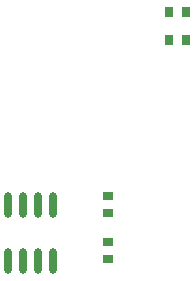
<source format=gbp>
%FSLAX44Y44*%
%MOMM*%
G71*
G01*
G75*
G04 Layer_Color=128*
%ADD10C,0.2540*%
%ADD11R,0.6500X0.9000*%
%ADD12R,0.8000X0.9000*%
%ADD13C,1.2000*%
%ADD14C,0.8000*%
%ADD15C,0.7000*%
%ADD16C,0.2000*%
%ADD17C,1.4000*%
%ADD18C,2.0000*%
%ADD19R,2.0000X2.0000*%
%ADD20C,1.5240*%
%ADD21R,1.0000X1.0000*%
%ADD22C,1.0000*%
%ADD23C,1.6000*%
%ADD24R,1.6000X1.6000*%
%ADD25C,1.2000*%
%ADD26C,0.8000*%
%ADD27O,0.6000X2.2000*%
%ADD28R,0.9000X0.8000*%
%ADD29C,0.5000*%
%ADD30C,0.2500*%
%ADD31C,0.0250*%
%ADD32C,0.4000*%
%ADD33C,0.1500*%
%ADD34R,0.8000X2.8000*%
%ADD35R,0.8532X1.1032*%
%ADD36R,1.0032X1.1032*%
%ADD37C,1.6032*%
%ADD38C,2.2032*%
%ADD39R,2.2032X2.2032*%
%ADD40C,1.7272*%
%ADD41R,1.2032X1.2032*%
%ADD42C,1.2032*%
%ADD43C,1.8032*%
%ADD44R,1.8032X1.8032*%
%ADD45C,1.4032*%
%ADD46C,1.0032*%
%ADD47O,0.8032X2.4032*%
%ADD48R,1.1032X1.0032*%
D12*
X-51470Y239050D02*
D03*
X-65470D02*
D03*
Y215550D02*
D03*
X-51470D02*
D03*
D27*
X-163550Y28200D02*
D03*
X-176250D02*
D03*
X-188950D02*
D03*
X-201650D02*
D03*
X-163550Y76200D02*
D03*
X-176250D02*
D03*
X-188950D02*
D03*
X-201650D02*
D03*
D28*
X-117100Y83200D02*
D03*
Y69200D02*
D03*
Y44300D02*
D03*
Y30300D02*
D03*
M02*

</source>
